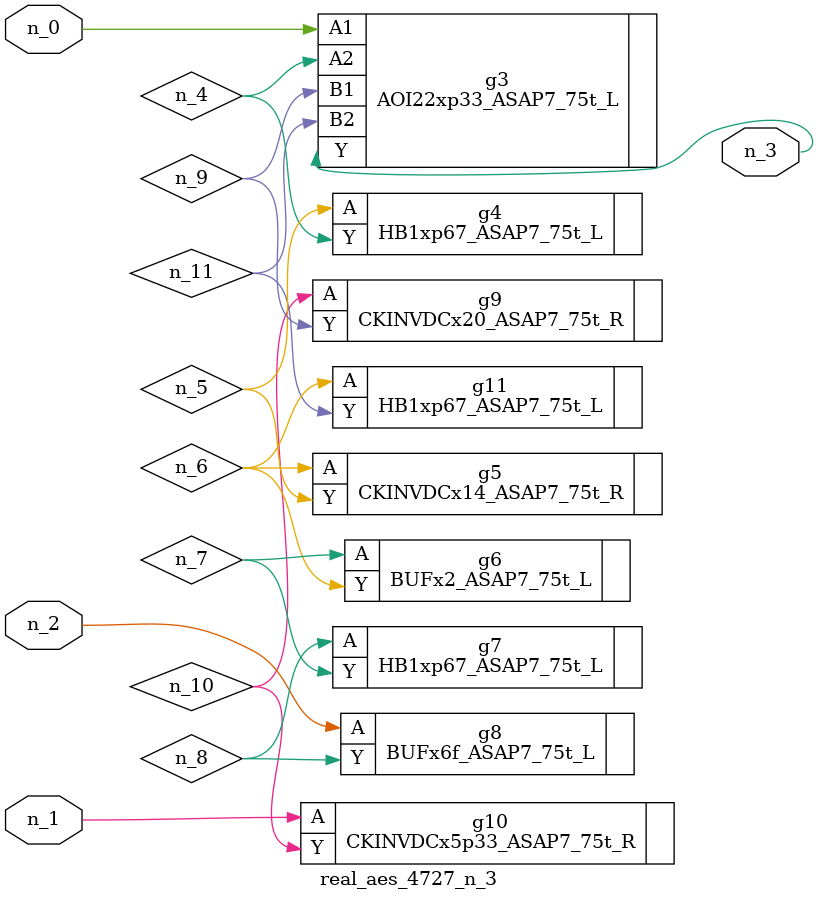
<source format=v>
module real_aes_4727_n_3 (n_0, n_2, n_1, n_3);
input n_0;
input n_2;
input n_1;
output n_3;
wire n_4;
wire n_5;
wire n_7;
wire n_9;
wire n_6;
wire n_8;
wire n_10;
wire n_11;
AOI22xp33_ASAP7_75t_L g3 ( .A1(n_0), .A2(n_4), .B1(n_9), .B2(n_11), .Y(n_3) );
CKINVDCx5p33_ASAP7_75t_R g10 ( .A(n_1), .Y(n_10) );
BUFx6f_ASAP7_75t_L g8 ( .A(n_2), .Y(n_8) );
HB1xp67_ASAP7_75t_L g4 ( .A(n_5), .Y(n_4) );
CKINVDCx14_ASAP7_75t_R g5 ( .A(n_6), .Y(n_5) );
HB1xp67_ASAP7_75t_L g11 ( .A(n_6), .Y(n_11) );
BUFx2_ASAP7_75t_L g6 ( .A(n_7), .Y(n_6) );
HB1xp67_ASAP7_75t_L g7 ( .A(n_8), .Y(n_7) );
CKINVDCx20_ASAP7_75t_R g9 ( .A(n_10), .Y(n_9) );
endmodule
</source>
